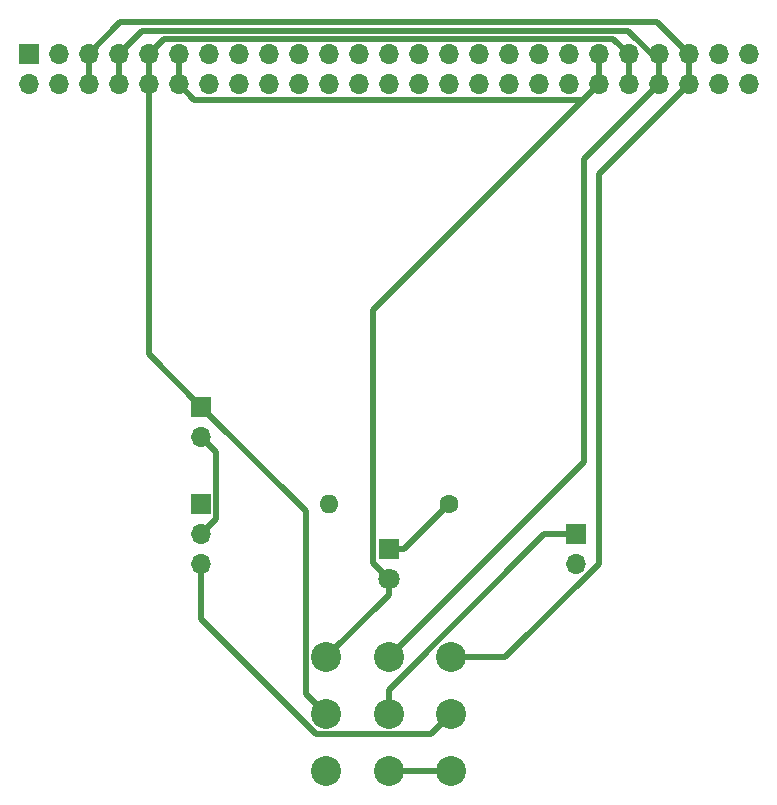
<source format=gbr>
%TF.GenerationSoftware,KiCad,Pcbnew,(5.1.7)-1*%
%TF.CreationDate,2020-12-12T13:46:10-06:00*%
%TF.ProjectId,ConsolePedal,436f6e73-6f6c-4655-9065-64616c2e6b69,rev?*%
%TF.SameCoordinates,Original*%
%TF.FileFunction,Copper,L1,Top*%
%TF.FilePolarity,Positive*%
%FSLAX46Y46*%
G04 Gerber Fmt 4.6, Leading zero omitted, Abs format (unit mm)*
G04 Created by KiCad (PCBNEW (5.1.7)-1) date 2020-12-12 13:46:10*
%MOMM*%
%LPD*%
G01*
G04 APERTURE LIST*
%TA.AperFunction,ComponentPad*%
%ADD10O,1.700000X1.700000*%
%TD*%
%TA.AperFunction,ComponentPad*%
%ADD11R,1.700000X1.700000*%
%TD*%
%TA.AperFunction,ComponentPad*%
%ADD12R,1.800000X1.800000*%
%TD*%
%TA.AperFunction,ComponentPad*%
%ADD13C,1.800000*%
%TD*%
%TA.AperFunction,ComponentPad*%
%ADD14C,1.600000*%
%TD*%
%TA.AperFunction,ComponentPad*%
%ADD15O,1.600000X1.600000*%
%TD*%
%TA.AperFunction,ComponentPad*%
%ADD16C,2.540000*%
%TD*%
%TA.AperFunction,Conductor*%
%ADD17C,0.500000*%
%TD*%
G04 APERTURE END LIST*
D10*
%TO.P,BT1,2*%
%TO.N,Net-(BT1-Pad2)*%
X121285000Y-70485000D03*
D11*
%TO.P,BT1,1*%
%TO.N,+9V*%
X121285000Y-67945000D03*
%TD*%
D12*
%TO.P,D1,1*%
%TO.N,Net-(D1-Pad1)*%
X137160000Y-80010000D03*
D13*
%TO.P,D1,2*%
%TO.N,/LEDPower*%
X137160000Y-82550000D03*
%TD*%
D11*
%TO.P,J1,1*%
%TO.N,GND*%
X121285000Y-76200000D03*
D10*
%TO.P,J1,2*%
%TO.N,Net-(BT1-Pad2)*%
X121285000Y-78740000D03*
%TO.P,J1,3*%
%TO.N,Net-(J1-Pad3)*%
X121285000Y-81280000D03*
%TD*%
D11*
%TO.P,J2,1*%
%TO.N,Net-(J2-Pad1)*%
X153035000Y-78740000D03*
D10*
%TO.P,J2,2*%
%TO.N,GND*%
X153035000Y-81280000D03*
%TD*%
D14*
%TO.P,R1,1*%
%TO.N,Net-(D1-Pad1)*%
X142240000Y-76200000D03*
D15*
%TO.P,R1,2*%
%TO.N,GND*%
X132080000Y-76200000D03*
%TD*%
D16*
%TO.P,S1,P$1*%
%TO.N,Net-(S1-PadP$1)*%
X142458440Y-98778060D03*
%TO.P,S1,P$2*%
%TO.N,Net-(J1-Pad3)*%
X142458440Y-93980000D03*
%TO.P,S1,P$3*%
%TO.N,/Input*%
X142458440Y-89181940D03*
%TO.P,S1,P$4*%
%TO.N,Net-(S1-PadP$1)*%
X137160000Y-98778060D03*
%TO.P,S1,P$5*%
%TO.N,Net-(J2-Pad1)*%
X137160000Y-93980000D03*
%TO.P,S1,P$6*%
%TO.N,/Output*%
X137160000Y-89181940D03*
%TO.P,S1,P$7*%
%TO.N,N/C*%
X131861560Y-98778060D03*
%TO.P,S1,P$8*%
%TO.N,+9V*%
X131861560Y-93980000D03*
%TO.P,S1,P$9*%
%TO.N,/LEDPower*%
X131861560Y-89181940D03*
%TD*%
D11*
%TO.P,J3,1*%
%TO.N,GND*%
X106680000Y-38100000D03*
D10*
%TO.P,J3,2*%
X106680000Y-40640000D03*
%TO.P,J3,3*%
X109220000Y-38100000D03*
%TO.P,J3,4*%
X109220000Y-40640000D03*
%TO.P,J3,5*%
%TO.N,/Input*%
X111760000Y-38100000D03*
%TO.P,J3,6*%
X111760000Y-40640000D03*
%TO.P,J3,7*%
%TO.N,/Output*%
X114300000Y-38100000D03*
%TO.P,J3,8*%
X114300000Y-40640000D03*
%TO.P,J3,9*%
%TO.N,+9V*%
X116840000Y-38100000D03*
%TO.P,J3,10*%
X116840000Y-40640000D03*
%TO.P,J3,11*%
%TO.N,/LEDPower*%
X119380000Y-38100000D03*
%TO.P,J3,12*%
X119380000Y-40640000D03*
%TO.P,J3,13*%
%TO.N,N/C*%
X121920000Y-38100000D03*
%TO.P,J3,14*%
X121920000Y-40640000D03*
%TO.P,J3,15*%
X124460000Y-38100000D03*
%TO.P,J3,16*%
X124460000Y-40640000D03*
%TO.P,J3,17*%
X127000000Y-38100000D03*
%TO.P,J3,18*%
X127000000Y-40640000D03*
%TO.P,J3,19*%
X129540000Y-38100000D03*
%TO.P,J3,20*%
X129540000Y-40640000D03*
%TO.P,J3,21*%
X132080000Y-38100000D03*
%TO.P,J3,22*%
X132080000Y-40640000D03*
%TO.P,J3,23*%
X134620000Y-38100000D03*
%TO.P,J3,24*%
X134620000Y-40640000D03*
%TO.P,J3,25*%
X137160000Y-38100000D03*
%TO.P,J3,26*%
X137160000Y-40640000D03*
%TO.P,J3,27*%
X139700000Y-38100000D03*
%TO.P,J3,28*%
X139700000Y-40640000D03*
%TO.P,J3,29*%
X142240000Y-38100000D03*
%TO.P,J3,30*%
X142240000Y-40640000D03*
%TO.P,J3,31*%
X144780000Y-38100000D03*
%TO.P,J3,32*%
X144780000Y-40640000D03*
%TO.P,J3,33*%
X147320000Y-38100000D03*
%TO.P,J3,34*%
X147320000Y-40640000D03*
%TO.P,J3,35*%
X149860000Y-38100000D03*
%TO.P,J3,36*%
X149860000Y-40640000D03*
%TO.P,J3,37*%
X152400000Y-38100000D03*
%TO.P,J3,38*%
X152400000Y-40640000D03*
%TO.P,J3,39*%
%TO.N,/LEDPower*%
X154940000Y-38100000D03*
%TO.P,J3,40*%
X154940000Y-40640000D03*
%TO.P,J3,41*%
%TO.N,+9V*%
X157480000Y-38100000D03*
%TO.P,J3,42*%
X157480000Y-40640000D03*
%TO.P,J3,43*%
%TO.N,/Output*%
X160020000Y-38100000D03*
%TO.P,J3,44*%
X160020000Y-40640000D03*
%TO.P,J3,45*%
%TO.N,/Input*%
X162560000Y-38100000D03*
%TO.P,J3,46*%
X162560000Y-40640000D03*
%TO.P,J3,47*%
%TO.N,GND*%
X165100000Y-38100000D03*
%TO.P,J3,48*%
X165100000Y-40640000D03*
%TO.P,J3,49*%
X167640000Y-38100000D03*
%TO.P,J3,50*%
X167640000Y-40640000D03*
%TD*%
D17*
%TO.N,Net-(BT1-Pad2)*%
X122585001Y-71785001D02*
X121285000Y-70485000D01*
X122585001Y-77439999D02*
X122585001Y-71785001D01*
X121285000Y-78740000D02*
X122585001Y-77439999D01*
%TO.N,+9V*%
X130141559Y-76801559D02*
X121285000Y-67945000D01*
X130141559Y-92259999D02*
X130141559Y-76801559D01*
X131861560Y-93980000D02*
X130141559Y-92259999D01*
X157480000Y-40640000D02*
X157480000Y-38100000D01*
X116840000Y-40640000D02*
X116840000Y-38100000D01*
X118140001Y-36799999D02*
X116840000Y-38100000D01*
X156179999Y-36799999D02*
X118140001Y-36799999D01*
X157480000Y-38100000D02*
X156179999Y-36799999D01*
X116840000Y-40640000D02*
X116840000Y-41910000D01*
X116840000Y-63500000D02*
X121285000Y-67945000D01*
X116840000Y-40640000D02*
X116840000Y-63500000D01*
%TO.N,Net-(D1-Pad1)*%
X138430000Y-80010000D02*
X142240000Y-76200000D01*
X137160000Y-80010000D02*
X138430000Y-80010000D01*
%TO.N,/LEDPower*%
X137160000Y-83883500D02*
X137160000Y-82550000D01*
X131861560Y-89181940D02*
X137160000Y-83883500D01*
X154940000Y-40640000D02*
X154940000Y-38100000D01*
X119380000Y-38100000D02*
X119380000Y-40640000D01*
X135809999Y-59770001D02*
X154940000Y-40640000D01*
X135809999Y-81199999D02*
X135809999Y-59770001D01*
X137160000Y-82550000D02*
X135809999Y-81199999D01*
X120680001Y-41940001D02*
X119380000Y-40640000D01*
X153639999Y-41940001D02*
X120680001Y-41940001D01*
X154940000Y-40640000D02*
X153639999Y-41940001D01*
%TO.N,Net-(J1-Pad3)*%
X121285000Y-85949042D02*
X121285000Y-81280000D01*
X131035959Y-95700001D02*
X121285000Y-85949042D01*
X140738439Y-95700001D02*
X131035959Y-95700001D01*
X142458440Y-93980000D02*
X140738439Y-95700001D01*
%TO.N,Net-(J2-Pad1)*%
X137160000Y-91934778D02*
X137160000Y-93980000D01*
X150354778Y-78740000D02*
X137160000Y-91934778D01*
X153035000Y-78740000D02*
X150354778Y-78740000D01*
%TO.N,Net-(S1-PadP$1)*%
X137160000Y-98778060D02*
X142458440Y-98778060D01*
%TO.N,/Input*%
X147057062Y-89181940D02*
X154940000Y-81299002D01*
X142458440Y-89181940D02*
X147057062Y-89181940D01*
X154940000Y-48260000D02*
X162560000Y-40640000D01*
X154940000Y-81299002D02*
X154940000Y-48260000D01*
X162560000Y-40640000D02*
X162560000Y-38100000D01*
X111760000Y-40640000D02*
X111760000Y-38100000D01*
X159859979Y-35399979D02*
X162560000Y-38100000D01*
X114460021Y-35399979D02*
X159859979Y-35399979D01*
X111760000Y-38100000D02*
X114460021Y-35399979D01*
%TO.N,/Output*%
X137160000Y-89181940D02*
X153670000Y-72671940D01*
X153670000Y-46990000D02*
X160020000Y-40640000D01*
X153670000Y-72671940D02*
X153670000Y-46990000D01*
X160020000Y-40640000D02*
X160020000Y-38100000D01*
X114300000Y-40640000D02*
X114300000Y-38100000D01*
X116300011Y-36099989D02*
X114300000Y-38100000D01*
X157403991Y-36099989D02*
X116300011Y-36099989D01*
X160020000Y-38715998D02*
X157403991Y-36099989D01*
X160020000Y-38100000D02*
X160020000Y-38715998D01*
%TD*%
M02*

</source>
